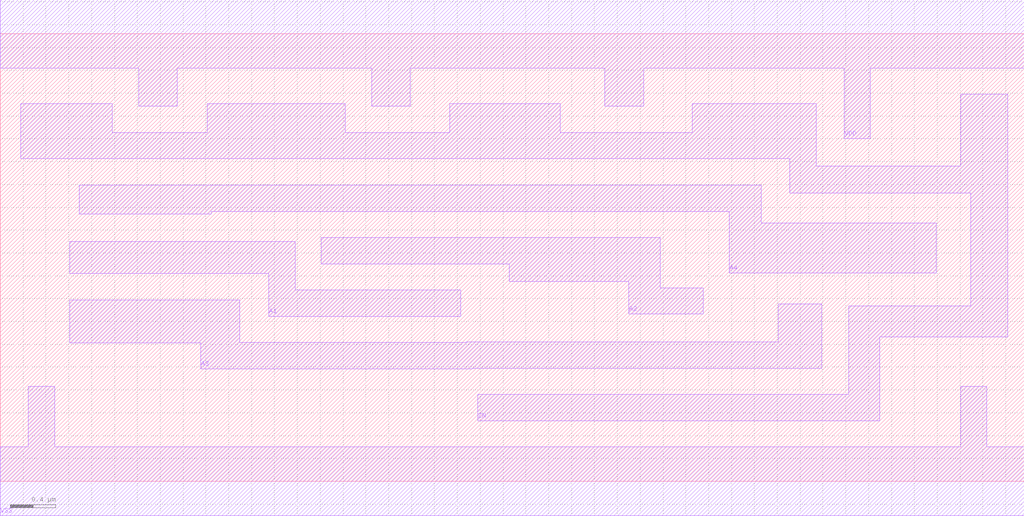
<source format=lef>
# Copyright 2022 GlobalFoundries PDK Authors
#
# Licensed under the Apache License, Version 2.0 (the "License");
# you may not use this file except in compliance with the License.
# You may obtain a copy of the License at
#
#      http://www.apache.org/licenses/LICENSE-2.0
#
# Unless required by applicable law or agreed to in writing, software
# distributed under the License is distributed on an "AS IS" BASIS,
# WITHOUT WARRANTIES OR CONDITIONS OF ANY KIND, either express or implied.
# See the License for the specific language governing permissions and
# limitations under the License.

MACRO gf180mcu_fd_sc_mcu7t5v0__nand4_2
  CLASS core ;
  FOREIGN gf180mcu_fd_sc_mcu7t5v0__nand4_2 0.0 0.0 ;
  ORIGIN 0 0 ;
  SYMMETRY X Y ;
  SITE GF018hv5v_mcu_sc7 ;
  SIZE 8.96 BY 3.92 ;
  PIN A1
    DIRECTION INPUT ;
    ANTENNAGATEAREA 1.829 ;
    PORT
      LAYER METAL1 ;
        POLYGON 0.61 1.82 2.35 1.82 2.35 1.445 4.03 1.445 4.03 1.675 2.58 1.675 2.58 2.1 0.61 2.1  ;
    END
  END A1
  PIN A2
    DIRECTION INPUT ;
    ANTENNAGATEAREA 1.829 ;
    PORT
      LAYER METAL1 ;
        POLYGON 2.81 1.905 4.455 1.905 4.455 1.75 5.5 1.75 5.5 1.465 6.15 1.465 6.15 1.695 5.775 1.695 5.775 2.135 2.81 2.135  ;
    END
  END A2
  PIN A3
    DIRECTION INPUT ;
    ANTENNAGATEAREA 1.829 ;
    PORT
      LAYER METAL1 ;
        POLYGON 0.61 1.21 1.755 1.21 1.755 0.985 4.13 0.985 4.13 0.99 7.19 0.99 7.19 1.555 6.81 1.555 6.81 1.22 4.08 1.22 4.08 1.215 2.095 1.215 2.095 1.59 0.61 1.59  ;
    END
  END A3
  PIN A4
    DIRECTION INPUT ;
    ANTENNAGATEAREA 1.829 ;
    PORT
      LAYER METAL1 ;
        POLYGON 0.69 2.34 1.845 2.34 1.845 2.365 6.38 2.365 6.38 1.825 8.19 1.825 8.19 2.26 6.66 2.26 6.66 2.595 0.69 2.595  ;
    END
  END A4
  PIN ZN
    DIRECTION OUTPUT ;
    ANTENNADIFFAREA 2.4882 ;
    PORT
      LAYER METAL1 ;
        POLYGON 0.18 2.825 6.91 2.825 6.91 2.525 8.495 2.525 8.495 1.535 7.425 1.535 7.425 0.76 4.18 0.76 4.18 0.53 7.695 0.53 7.695 1.265 8.815 1.265 8.815 3.39 8.405 3.39 8.405 2.76 7.14 2.76 7.14 3.31 6.055 3.31 6.055 3.055 4.9 3.055 4.9 3.31 3.935 3.31 3.935 3.055 3.02 3.055 3.02 3.31 1.81 3.31 1.81 3.055 0.98 3.055 0.98 3.31 0.18 3.31  ;
    END
  END ZN
  PIN VDD
    DIRECTION INOUT ;
    USE power ;
    SHAPE ABUTMENT ;
    PORT
      LAYER METAL1 ;
        POLYGON 0 3.62 1.21 3.62 1.21 3.285 1.55 3.285 1.55 3.62 3.25 3.62 3.25 3.285 3.59 3.285 3.59 3.62 5.29 3.62 5.29 3.285 5.63 3.285 5.63 3.62 7.385 3.62 7.385 3 7.615 3 7.615 3.62 8.96 3.62 8.96 4.22 0 4.22  ;
    END
  END VDD
  PIN VSS
    DIRECTION INOUT ;
    USE ground ;
    SHAPE ABUTMENT ;
    PORT
      LAYER METAL1 ;
        POLYGON 0 -0.3 8.96 -0.3 8.96 0.3 8.635 0.3 8.635 0.83 8.405 0.83 8.405 0.3 0.475 0.3 0.475 0.83 0.245 0.83 0.245 0.3 0 0.3  ;
    END
  END VSS
END gf180mcu_fd_sc_mcu7t5v0__nand4_2

</source>
